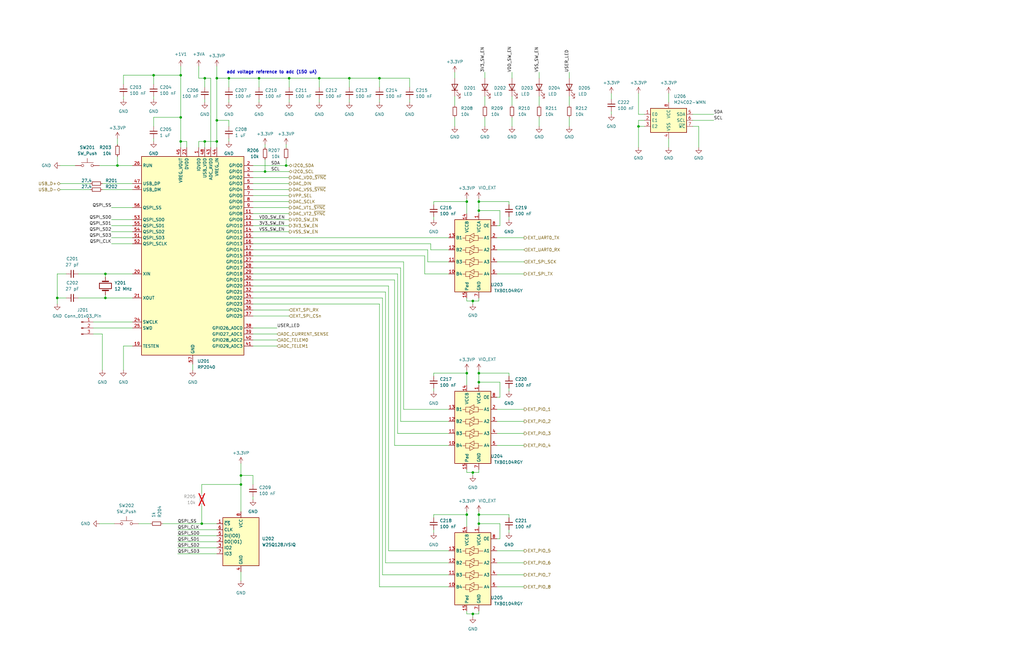
<source format=kicad_sch>
(kicad_sch (version 20231120) (generator "eeschema") (generator_version "7.99")
  (paper "B")
  (lib_symbols
    (symbol "Connector:Conn_01x03_Pin" (pin_names (offset 1.016) hide)
      (property "Reference" "J" (at 0 5.08 0))
      (property "Value" "Conn_01x03_Pin" (at 0 -5.08 0))
      (symbol "Conn_01x03_Pin_1_1"
        (pin passive line (at 5.08 2.54 180) (length 3.81) (name "Pin_1") (number "1"))
        (pin passive line (at 5.08 0 180) (length 3.81) (name "Pin_2") (number "2"))
        (pin passive line (at 5.08 -2.54 180) (length 3.81) (name "Pin_3") (number "3"))
      )
    )
    (symbol "Device:C_Small" (pin_numbers hide) (pin_names (offset 0.254) hide)
      (property "Reference" "C" (at 0.254 1.778 0))
      (property "Value" "C_Small" (at 0.254 -2.032 0))
      (symbol "C_Small_1_1"
        (pin passive line (at 0 2.54 270) (length 2.032) (name "~") (number "1"))
        (pin passive line (at 0 -2.54 90) (length 2.032) (name "~") (number "2"))
      )
    )
    (symbol "Device:Crystal" (pin_numbers hide) (pin_names (offset 1.016) hide)
      (property "Reference" "Y" (at 0 3.81 0))
      (property "Value" "Crystal" (at 0 -3.81 0))
      (symbol "Crystal_1_1"
        (pin passive line (at -3.81 0 0) (length 1.27) (name "1") (number "1"))
        (pin passive line (at 3.81 0 180) (length 1.27) (name "2") (number "2"))
      )
    )
    (symbol "Device:LED" (pin_numbers hide) (pin_names (offset 1.016) hide)
      (property "Reference" "D" (at 0 2.54 0))
      (property "Value" "LED" (at 0 -2.54 0))
      (symbol "LED_1_1"
        (pin passive line (at -3.81 0 0) (length 2.54) (name "K") (number "1"))
        (pin passive line (at 3.81 0 180) (length 2.54) (name "A") (number "2"))
      )
    )
    (symbol "Device:R_Small" (pin_numbers hide) (pin_names (offset 0.254) hide)
      (property "Reference" "R" (at 0.762 0.508 0))
      (property "Value" "R_Small" (at 0.762 -1.016 0))
      (symbol "R_Small_1_1"
        (pin passive line (at 0 2.54 270) (length 0.762) (name "~") (number "1"))
        (pin passive line (at 0 -2.54 90) (length 0.762) (name "~") (number "2"))
      )
    )
    (symbol "Logic_LevelTranslator:TXB0104RGY"
      (property "Reference" "U" (at -6.35 16.51 0))
      (property "Value" "TXB0104RGY" (at 3.81 16.51 0))
      (symbol "TXB0104RGY_1_1"
        (pin power_in line (at -2.54 17.78 270) (length 2.54) (name "VCCA") (number "1"))
        (pin bidirectional line (at 10.16 -7.62 180) (length 2.54) (name "B4") (number "10"))
        (pin bidirectional line (at 10.16 -2.54 180) (length 2.54) (name "B3") (number "11"))
        (pin bidirectional line (at 10.16 2.54 180) (length 2.54) (name "B2") (number "12"))
        (pin bidirectional line (at 10.16 7.62 180) (length 2.54) (name "B1") (number "13"))
        (pin power_in line (at 2.54 17.78 270) (length 2.54) (name "VCCB") (number "14"))
        (pin input line (at 2.54 -17.78 90) (length 2.54) (name "Pad") (number "15"))
        (pin bidirectional line (at -10.16 7.62 0) (length 2.54) (name "A1") (number "2"))
        (pin bidirectional line (at -10.16 2.54 0) (length 2.54) (name "A2") (number "3"))
        (pin bidirectional line (at -10.16 -2.54 0) (length 2.54) (name "A3") (number "4"))
        (pin bidirectional line (at -10.16 -7.62 0) (length 2.54) (name "A4") (number "5"))
        (pin no_connect line (at -7.62 -12.7 0) (length 2.54) hide (name "NC") (number "6"))
        (pin power_in line (at -2.54 -17.78 90) (length 2.54) (name "GND") (number "7"))
        (pin input line (at -10.16 12.7 0) (length 2.54) (name "OE") (number "8"))
        (pin no_connect line (at 7.62 -12.7 180) (length 2.54) hide (name "NC") (number "9"))
      )
    )
    (symbol "MCU_RaspberryPi:RP2040"
      (property "Reference" "U" (at 17.78 45.72 0))
      (property "Value" "RP2040" (at 17.78 43.18 0))
      (symbol "RP2040_1_1"
        (pin power_in line (at 2.54 45.72 270) (length 3.81) (name "IOVDD") (number "1"))
        (pin passive line (at 2.54 45.72 270) (length 3.81) hide (name "IOVDD") (number "10"))
        (pin bidirectional line (at 25.4 17.78 180) (length 3.81) (name "GPIO8") (number "11"))
        (pin bidirectional line (at 25.4 15.24 180) (length 3.81) (name "GPIO9") (number "12"))
        (pin bidirectional line (at 25.4 12.7 180) (length 3.81) (name "GPIO10") (number "13"))
        (pin bidirectional line (at 25.4 10.16 180) (length 3.81) (name "GPIO11") (number "14"))
        (pin bidirectional line (at 25.4 7.62 180) (length 3.81) (name "GPIO12") (number "15"))
        (pin bidirectional line (at 25.4 5.08 180) (length 3.81) (name "GPIO13") (number "16"))
        (pin bidirectional line (at 25.4 2.54 180) (length 3.81) (name "GPIO14") (number "17"))
        (pin bidirectional line (at 25.4 0 180) (length 3.81) (name "GPIO15") (number "18"))
        (pin input line (at -25.4 -38.1 0) (length 3.81) (name "TESTEN") (number "19"))
        (pin bidirectional line (at 25.4 38.1 180) (length 3.81) (name "GPIO0") (number "2"))
        (pin input line (at -25.4 -7.62 0) (length 3.81) (name "XIN") (number "20"))
        (pin passive line (at -25.4 -17.78 0) (length 3.81) (name "XOUT") (number "21"))
        (pin passive line (at 2.54 45.72 270) (length 3.81) hide (name "IOVDD") (number "22"))
        (pin power_in line (at -2.54 45.72 270) (length 3.81) (name "DVDD") (number "23"))
        (pin input line (at -25.4 -27.94 0) (length 3.81) (name "SWCLK") (number "24"))
        (pin bidirectional line (at -25.4 -30.48 0) (length 3.81) (name "SWD") (number "25"))
        (pin input line (at -25.4 38.1 0) (length 3.81) (name "RUN") (number "26"))
        (pin bidirectional line (at 25.4 -2.54 180) (length 3.81) (name "GPIO16") (number "27"))
        (pin bidirectional line (at 25.4 -5.08 180) (length 3.81) (name "GPIO17") (number "28"))
        (pin bidirectional line (at 25.4 -7.62 180) (length 3.81) (name "GPIO18") (number "29"))
        (pin bidirectional line (at 25.4 35.56 180) (length 3.81) (name "GPIO1") (number "3"))
        (pin bidirectional line (at 25.4 -10.16 180) (length 3.81) (name "GPIO19") (number "30"))
        (pin bidirectional line (at 25.4 -12.7 180) (length 3.81) (name "GPIO20") (number "31"))
        (pin bidirectional line (at 25.4 -15.24 180) (length 3.81) (name "GPIO21") (number "32"))
        (pin passive line (at 2.54 45.72 270) (length 3.81) hide (name "IOVDD") (number "33"))
        (pin bidirectional line (at 25.4 -17.78 180) (length 3.81) (name "GPIO22") (number "34"))
        (pin bidirectional line (at 25.4 -20.32 180) (length 3.81) (name "GPIO23") (number "35"))
        (pin bidirectional line (at 25.4 -22.86 180) (length 3.81) (name "GPIO24") (number "36"))
        (pin bidirectional line (at 25.4 -25.4 180) (length 3.81) (name "GPIO25") (number "37"))
        (pin bidirectional line (at 25.4 -30.48 180) (length 3.81) (name "GPIO26_ADC0") (number "38"))
        (pin bidirectional line (at 25.4 -33.02 180) (length 3.81) (name "GPIO27_ADC1") (number "39"))
        (pin bidirectional line (at 25.4 33.02 180) (length 3.81) (name "GPIO2") (number "4"))
        (pin bidirectional line (at 25.4 -35.56 180) (length 3.81) (name "GPIO28_ADC2") (number "40"))
        (pin bidirectional line (at 25.4 -38.1 180) (length 3.81) (name "GPIO29_ADC3") (number "41"))
        (pin passive line (at 2.54 45.72 270) (length 3.81) hide (name "IOVDD") (number "42"))
        (pin power_in line (at 7.62 45.72 270) (length 3.81) (name "ADC_AVDD") (number "43"))
        (pin power_in line (at 10.16 45.72 270) (length 3.81) (name "VREG_IN") (number "44"))
        (pin power_out line (at -5.08 45.72 270) (length 3.81) (name "VREG_VOUT") (number "45"))
        (pin bidirectional line (at -25.4 27.94 0) (length 3.81) (name "USB_DM") (number "46"))
        (pin bidirectional line (at -25.4 30.48 0) (length 3.81) (name "USB_DP") (number "47"))
        (pin power_in line (at 5.08 45.72 270) (length 3.81) (name "USB_VDD") (number "48"))
        (pin passive line (at 2.54 45.72 270) (length 3.81) hide (name "IOVDD") (number "49"))
        (pin bidirectional line (at 25.4 30.48 180) (length 3.81) (name "GPIO3") (number "5"))
        (pin passive line (at -2.54 45.72 270) (length 3.81) hide (name "DVDD") (number "50"))
        (pin bidirectional line (at -25.4 7.62 0) (length 3.81) (name "QSPI_SD3") (number "51"))
        (pin output line (at -25.4 5.08 0) (length 3.81) (name "QSPI_SCLK") (number "52"))
        (pin bidirectional line (at -25.4 15.24 0) (length 3.81) (name "QSPI_SD0") (number "53"))
        (pin bidirectional line (at -25.4 10.16 0) (length 3.81) (name "QSPI_SD2") (number "54"))
        (pin bidirectional line (at -25.4 12.7 0) (length 3.81) (name "QSPI_SD1") (number "55"))
        (pin bidirectional line (at -25.4 20.32 0) (length 3.81) (name "QSPI_SS") (number "56"))
        (pin power_in line (at 0 -45.72 90) (length 3.81) (name "GND") (number "57"))
        (pin bidirectional line (at 25.4 27.94 180) (length 3.81) (name "GPIO4") (number "6"))
        (pin bidirectional line (at 25.4 25.4 180) (length 3.81) (name "GPIO5") (number "7"))
        (pin bidirectional line (at 25.4 22.86 180) (length 3.81) (name "GPIO6") (number "8"))
        (pin bidirectional line (at 25.4 20.32 180) (length 3.81) (name "GPIO7") (number "9"))
      )
    )
    (symbol "Memory_EEPROM:M24C02-WMN"
      (property "Reference" "U" (at -6.35 6.35 0))
      (property "Value" "M24C02-WMN" (at 7.62 6.35 0))
      (symbol "M24C02-WMN_1_1"
        (pin input line (at -10.16 2.54 0) (length 2.54) (name "E0") (number "1"))
        (pin input line (at -10.16 0 0) (length 2.54) (name "E1") (number "2"))
        (pin input line (at -10.16 -2.54 0) (length 2.54) (name "E2") (number "3"))
        (pin power_in line (at 0 -7.62 90) (length 2.54) (name "VSS") (number "4"))
        (pin bidirectional line (at 10.16 2.54 180) (length 2.54) (name "SDA") (number "5"))
        (pin input line (at 10.16 0 180) (length 2.54) (name "SCL") (number "6"))
        (pin input line (at 10.16 -2.54 180) (length 2.54) (name "~{WC}") (number "7"))
        (pin power_in line (at 0 7.62 270) (length 2.54) (name "VCC") (number "8"))
      )
    )
    (symbol "Memory_Flash:W25Q128JVS"
      (property "Reference" "U" (at -8.89 8.89 0))
      (property "Value" "W25Q128JVS" (at 7.62 8.89 0))
      (symbol "W25Q128JVS_1_1"
        (pin input line (at -10.16 7.62 0) (length 2.54) (name "~{CS}") (number "1"))
        (pin bidirectional line (at -10.16 0 0) (length 2.54) (name "DO(IO1)") (number "2"))
        (pin bidirectional line (at -10.16 -2.54 0) (length 2.54) (name "IO2") (number "3"))
        (pin power_in line (at 0 -12.7 90) (length 2.54) (name "GND") (number "4"))
        (pin bidirectional line (at -10.16 2.54 0) (length 2.54) (name "DI(IO0)") (number "5"))
        (pin input line (at -10.16 5.08 0) (length 2.54) (name "CLK") (number "6"))
        (pin bidirectional line (at -10.16 -5.08 0) (length 2.54) (name "IO3") (number "7"))
        (pin power_in line (at 0 12.7 270) (length 2.54) (name "VCC") (number "8"))
      )
    )
    (symbol "Switch:SW_Push" (pin_numbers hide) (pin_names (offset 1.016) hide)
      (property "Reference" "SW" (at 1.27 2.54 0))
      (property "Value" "SW_Push" (at 0 -1.524 0))
      (symbol "SW_Push_0_1"
        (pin passive line (at -5.08 0 0) (length 2.54) (name "1") (number "1"))
        (pin passive line (at 5.08 0 180) (length 2.54) (name "2") (number "2"))
      )
    )
    (symbol "power:+1V1" (power) (pin_names (offset 0))
      (property "Value" "+1V1" (at 0 3.556 0))
      (symbol "+1V1_1_1"
        (pin power_in line (at 0 0 90) (length 0) hide (name "+1V1") (number "1"))
      )
    )
    (symbol "power:+3.3VP" (power) (pin_names (offset 0))
      (property "Value" "+3.3VP" (at 0 2.54 0))
      (symbol "+3.3VP_0_0"
        (pin power_in line (at 0 0 90) (length 0) hide (name "+3.3VP") (number "1"))
      )
    )
    (symbol "power:GND" (power) (pin_names (offset 0))
      (property "Value" "GND" (at 0 -3.81 0))
      (symbol "GND_1_1"
        (pin power_in line (at 0 0 270) (length 0) hide (name "GND") (number "1"))
      )
    )
  )
  (junction (at 269.24 53.34))
  (junction (at 199.39 259.08))
  (junction (at 120.65 69.85))
  (junction (at 101.6 204.47))
  (junction (at 76.2 49.53))
  (junction (at 201.93 220.98))
  (junction (at 134.62 33.02))
  (junction (at 101.6 200.66))
  (junction (at 201.93 88.9))
  (junction (at 201.93 157.48))
  (junction (at 44.45 115.57))
  (junction (at 160.02 33.02))
  (junction (at 109.22 33.02))
  (junction (at 86.36 59.69))
  (junction (at 196.85 85.09))
  (junction (at 196.85 157.48))
  (junction (at 201.93 217.17))
  (junction (at 86.36 33.02))
  (junction (at 91.44 50.8))
  (junction (at 64.77 31.75))
  (junction (at 199.39 199.39))
  (junction (at 111.76 72.39))
  (junction (at 196.85 217.17))
  (junction (at 199.39 127))
  (junction (at 201.93 85.09))
  (junction (at 76.2 59.69))
  (junction (at 24.13 125.73))
  (junction (at 96.52 33.02))
  (junction (at 85.09 220.98))
  (junction (at 76.2 31.75))
  (junction (at 201.93 161.29))
  (junction (at 91.44 33.02))
  (junction (at 147.32 33.02))
  (junction (at 49.53 69.85))
  (junction (at 91.44 59.69))
  (junction (at 44.45 125.73))
  (junction (at 121.92 33.02))
  (wire (pts (xy 106.68 85.09) (xy 121.92 85.09)))
  (wire (pts (xy 292.1 53.34) (xy 294.64 53.34)))
  (wire (pts (xy 83.82 62.23) (xy 83.82 59.69)))
  (wire (pts (xy 41.91 69.85) (xy 49.53 69.85)))
  (wire (pts (xy 269.24 39.37) (xy 269.24 48.26)))
  (wire (pts (xy 162.56 237.49) (xy 189.23 237.49)))
  (wire (pts (xy 41.91 220.98) (xy 48.26 220.98)))
  (wire (pts (xy 121.92 33.02) (xy 121.92 36.83)))
  (wire (pts (xy 215.9 40.64) (xy 215.9 44.45)))
  (wire (pts (xy 85.09 213.36) (xy 85.09 220.98)))
  (wire (pts (xy 76.2 62.23) (xy 76.2 59.69)))
  (wire (pts (xy 106.68 77.47) (xy 121.92 77.47)))
  (wire (pts (xy 106.68 200.66) (xy 106.68 204.47)))
  (wire (pts (xy 68.58 220.98) (xy 85.09 220.98)))
  (wire (pts (xy 52.07 40.64) (xy 52.07 41.91)))
  (wire (pts (xy 86.36 33.02) (xy 86.36 36.83)))
  (wire (pts (xy 209.55 100.33) (xy 220.98 100.33)))
  (wire (pts (xy 52.07 156.21) (xy 52.07 146.05)))
  (wire (pts (xy 182.88 157.48) (xy 182.88 158.75)))
  (wire (pts (xy 281.94 39.37) (xy 281.94 43.18)))
  (wire (pts (xy 163.83 120.65) (xy 163.83 232.41)))
  (wire (pts (xy 167.64 182.88) (xy 189.23 182.88)))
  (wire (pts (xy 269.24 53.34) (xy 269.24 62.23)))
  (wire (pts (xy 85.09 208.28) (xy 85.09 204.47)))
  (wire (pts (xy 134.62 41.91) (xy 134.62 43.18)))
  (wire (pts (xy 201.93 199.39) (xy 201.93 198.12)))
  (wire (pts (xy 55.88 125.73) (xy 44.45 125.73)))
  (wire (pts (xy 24.13 125.73) (xy 24.13 115.57)))
  (wire (pts (xy 106.68 74.93) (xy 121.92 74.93)))
  (wire (pts (xy 91.44 50.8) (xy 96.52 50.8)))
  (wire (pts (xy 199.39 199.39) (xy 201.93 199.39)))
  (wire (pts (xy 269.24 48.26) (xy 271.78 48.26)))
  (wire (pts (xy 214.63 163.83) (xy 214.63 165.1)))
  (wire (pts (xy 96.52 33.02) (xy 96.52 36.83)))
  (wire (pts (xy 199.39 128.27) (xy 199.39 127)))
  (wire (pts (xy 201.93 220.98) (xy 201.93 222.25)))
  (wire (pts (xy 96.52 33.02) (xy 109.22 33.02)))
  (wire (pts (xy 201.93 88.9) (xy 210.82 88.9)))
  (wire (pts (xy 111.76 60.96) (xy 111.76 62.23)))
  (wire (pts (xy 52.07 31.75) (xy 64.77 31.75)))
  (wire (pts (xy 91.44 59.69) (xy 91.44 50.8)))
  (wire (pts (xy 281.94 58.42) (xy 281.94 62.23)))
  (wire (pts (xy 86.36 33.02) (xy 88.9 33.02)))
  (wire (pts (xy 161.29 125.73) (xy 161.29 242.57)))
  (wire (pts (xy 269.24 53.34) (xy 271.78 53.34)))
  (wire (pts (xy 163.83 232.41) (xy 189.23 232.41)))
  (wire (pts (xy 106.68 110.49) (xy 170.18 110.49)))
  (wire (pts (xy 201.93 217.17) (xy 201.93 220.98)))
  (wire (pts (xy 182.88 217.17) (xy 182.88 218.44)))
  (wire (pts (xy 201.93 88.9) (xy 201.93 90.17)))
  (wire (pts (xy 160.02 33.02) (xy 172.72 33.02)))
  (wire (pts (xy 196.85 157.48) (xy 196.85 162.56)))
  (wire (pts (xy 49.53 66.04) (xy 49.53 69.85)))
  (wire (pts (xy 106.68 113.03) (xy 168.91 113.03)))
  (wire (pts (xy 210.82 161.29) (xy 210.82 167.64)))
  (wire (pts (xy 58.42 220.98) (xy 63.5 220.98)))
  (wire (pts (xy 181.61 105.41) (xy 189.23 105.41)))
  (wire (pts (xy 83.82 27.94) (xy 83.82 33.02)))
  (wire (pts (xy 111.76 72.39) (xy 121.92 72.39)))
  (wire (pts (xy 210.82 227.33) (xy 209.55 227.33)))
  (wire (pts (xy 209.55 247.65) (xy 220.98 247.65)))
  (wire (pts (xy 214.63 217.17) (xy 214.63 218.44)))
  (wire (pts (xy 43.18 156.21) (xy 43.18 140.97)))
  (wire (pts (xy 106.68 72.39) (xy 111.76 72.39)))
  (wire (pts (xy 121.92 41.91) (xy 121.92 43.18)))
  (wire (pts (xy 86.36 41.91) (xy 86.36 43.18)))
  (wire (pts (xy 240.03 40.64) (xy 240.03 44.45)))
  (wire (pts (xy 106.68 120.65) (xy 163.83 120.65)))
  (wire (pts (xy 49.53 69.85) (xy 55.88 69.85)))
  (wire (pts (xy 209.55 187.96) (xy 220.98 187.96)))
  (wire (pts (xy 162.56 123.19) (xy 106.68 123.19)))
  (wire (pts (xy 196.85 199.39) (xy 196.85 198.12)))
  (wire (pts (xy 196.85 215.9) (xy 196.85 217.17)))
  (wire (pts (xy 44.45 115.57) (xy 44.45 116.84)))
  (wire (pts (xy 201.93 259.08) (xy 201.93 257.81)))
  (wire (pts (xy 201.93 85.09) (xy 201.93 88.9)))
  (wire (pts (xy 109.22 41.91) (xy 109.22 43.18)))
  (wire (pts (xy 199.39 199.39) (xy 196.85 199.39)))
  (wire (pts (xy 201.93 157.48) (xy 214.63 157.48)))
  (wire (pts (xy 64.77 31.75) (xy 64.77 35.56)))
  (wire (pts (xy 78.74 59.69) (xy 78.74 62.23)))
  (wire (pts (xy 46.99 102.87) (xy 55.88 102.87)))
  (wire (pts (xy 182.88 163.83) (xy 182.88 165.1)))
  (wire (pts (xy 257.81 46.99) (xy 257.81 48.26)))
  (wire (pts (xy 182.88 91.44) (xy 182.88 92.71)))
  (wire (pts (xy 106.68 100.33) (xy 189.23 100.33)))
  (wire (pts (xy 196.85 127) (xy 196.85 125.73)))
  (wire (pts (xy 64.77 58.42) (xy 64.77 59.69)))
  (wire (pts (xy 160.02 33.02) (xy 160.02 36.83)))
  (wire (pts (xy 120.65 60.96) (xy 120.65 62.23)))
  (wire (pts (xy 106.68 130.81) (xy 121.92 130.81)))
  (wire (pts (xy 162.56 237.49) (xy 162.56 123.19)))
  (wire (pts (xy 106.68 138.43) (xy 116.84 138.43)))
  (wire (pts (xy 106.68 118.11) (xy 166.37 118.11)))
  (wire (pts (xy 199.39 127) (xy 201.93 127)))
  (wire (pts (xy 76.2 59.69) (xy 76.2 49.53)))
  (wire (pts (xy 196.85 217.17) (xy 182.88 217.17)))
  (wire (pts (xy 101.6 200.66) (xy 101.6 204.47)))
  (wire (pts (xy 199.39 127) (xy 196.85 127)))
  (wire (pts (xy 109.22 33.02) (xy 121.92 33.02)))
  (wire (pts (xy 43.18 80.01) (xy 55.88 80.01)))
  (wire (pts (xy 168.91 177.8) (xy 189.23 177.8)))
  (wire (pts (xy 106.68 87.63) (xy 121.92 87.63)))
  (wire (pts (xy 33.02 115.57) (xy 44.45 115.57)))
  (wire (pts (xy 292.1 50.8) (xy 300.99 50.8)))
  (wire (pts (xy 46.99 100.33) (xy 55.88 100.33)))
  (wire (pts (xy 170.18 110.49) (xy 170.18 172.72)))
  (wire (pts (xy 64.77 31.75) (xy 76.2 31.75)))
  (wire (pts (xy 81.28 156.21) (xy 81.28 153.67)))
  (wire (pts (xy 209.55 177.8) (xy 220.98 177.8)))
  (wire (pts (xy 91.44 33.02) (xy 91.44 50.8)))
  (wire (pts (xy 74.93 228.6) (xy 91.44 228.6)))
  (wire (pts (xy 204.47 49.53) (xy 204.47 53.34)))
  (wire (pts (xy 210.82 88.9) (xy 210.82 95.25)))
  (wire (pts (xy 49.53 58.42) (xy 49.53 60.96)))
  (wire (pts (xy 101.6 204.47) (xy 101.6 215.9)))
  (wire (pts (xy 147.32 33.02) (xy 147.32 36.83)))
  (wire (pts (xy 74.93 231.14) (xy 91.44 231.14)))
  (wire (pts (xy 227.33 49.53) (xy 227.33 53.34)))
  (wire (pts (xy 181.61 102.87) (xy 181.61 105.41)))
  (wire (pts (xy 106.68 125.73) (xy 161.29 125.73)))
  (wire (pts (xy 209.55 237.49) (xy 220.98 237.49)))
  (wire (pts (xy 215.9 30.48) (xy 215.9 33.02)))
  (wire (pts (xy 201.93 220.98) (xy 210.82 220.98)))
  (wire (pts (xy 106.68 95.25) (xy 121.92 95.25)))
  (wire (pts (xy 269.24 50.8) (xy 269.24 53.34)))
  (wire (pts (xy 160.02 41.91) (xy 160.02 43.18)))
  (wire (pts (xy 209.55 242.57) (xy 220.98 242.57)))
  (wire (pts (xy 46.99 97.79) (xy 55.88 97.79)))
  (wire (pts (xy 191.77 49.53) (xy 191.77 53.34)))
  (wire (pts (xy 76.2 49.53) (xy 64.77 49.53)))
  (wire (pts (xy 180.34 105.41) (xy 180.34 110.49)))
  (wire (pts (xy 85.09 220.98) (xy 91.44 220.98)))
  (wire (pts (xy 189.23 247.65) (xy 160.02 247.65)))
  (wire (pts (xy 85.09 204.47) (xy 101.6 204.47)))
  (wire (pts (xy 166.37 187.96) (xy 189.23 187.96)))
  (wire (pts (xy 74.93 223.52) (xy 91.44 223.52)))
  (wire (pts (xy 101.6 241.3) (xy 101.6 245.11)))
  (wire (pts (xy 201.93 161.29) (xy 201.93 162.56)))
  (wire (pts (xy 196.85 156.21) (xy 196.85 157.48)))
  (wire (pts (xy 86.36 59.69) (xy 86.36 62.23)))
  (wire (pts (xy 25.4 80.01) (xy 38.1 80.01)))
  (wire (pts (xy 24.13 115.57) (xy 27.94 115.57)))
  (wire (pts (xy 106.68 209.55) (xy 106.68 210.82)))
  (wire (pts (xy 106.68 140.97) (xy 116.84 140.97)))
  (wire (pts (xy 46.99 92.71) (xy 55.88 92.71)))
  (wire (pts (xy 120.65 67.31) (xy 120.65 69.85)))
  (wire (pts (xy 96.52 58.42) (xy 96.52 59.69)))
  (wire (pts (xy 109.22 33.02) (xy 109.22 36.83)))
  (wire (pts (xy 214.63 85.09) (xy 214.63 86.36)))
  (wire (pts (xy 106.68 82.55) (xy 121.92 82.55)))
  (wire (pts (xy 83.82 33.02) (xy 86.36 33.02)))
  (wire (pts (xy 121.92 33.02) (xy 134.62 33.02)))
  (wire (pts (xy 43.18 140.97) (xy 39.37 140.97)))
  (wire (pts (xy 166.37 118.11) (xy 166.37 187.96)))
  (wire (pts (xy 106.68 133.35) (xy 121.92 133.35)))
  (wire (pts (xy 91.44 59.69) (xy 91.44 62.23)))
  (wire (pts (xy 33.02 125.73) (xy 44.45 125.73)))
  (wire (pts (xy 196.85 85.09) (xy 196.85 90.17)))
  (wire (pts (xy 201.93 157.48) (xy 201.93 161.29)))
  (wire (pts (xy 134.62 33.02) (xy 134.62 36.83)))
  (wire (pts (xy 292.1 48.26) (xy 300.99 48.26)))
  (wire (pts (xy 210.82 220.98) (xy 210.82 227.33)))
  (wire (pts (xy 46.99 95.25) (xy 55.88 95.25)))
  (wire (pts (xy 64.77 40.64) (xy 64.77 41.91)))
  (wire (pts (xy 106.68 102.87) (xy 181.61 102.87)))
  (wire (pts (xy 240.03 30.48) (xy 240.03 33.02)))
  (wire (pts (xy 160.02 128.27) (xy 106.68 128.27)))
  (wire (pts (xy 201.93 215.9) (xy 201.93 217.17)))
  (wire (pts (xy 74.93 233.68) (xy 91.44 233.68)))
  (wire (pts (xy 182.88 223.52) (xy 182.88 224.79)))
  (wire (pts (xy 147.32 33.02) (xy 160.02 33.02)))
  (wire (pts (xy 147.32 41.91) (xy 147.32 43.18)))
  (wire (pts (xy 179.07 115.57) (xy 189.23 115.57)))
  (wire (pts (xy 196.85 157.48) (xy 182.88 157.48)))
  (wire (pts (xy 106.68 97.79) (xy 121.92 97.79)))
  (wire (pts (xy 167.64 115.57) (xy 167.64 182.88)))
  (wire (pts (xy 210.82 95.25) (xy 209.55 95.25)))
  (wire (pts (xy 199.39 200.66) (xy 199.39 199.39)))
  (wire (pts (xy 106.68 107.95) (xy 179.07 107.95)))
  (wire (pts (xy 64.77 49.53) (xy 64.77 53.34)))
  (wire (pts (xy 170.18 172.72) (xy 189.23 172.72)))
  (wire (pts (xy 199.39 259.08) (xy 196.85 259.08)))
  (wire (pts (xy 160.02 128.27) (xy 160.02 247.65)))
  (wire (pts (xy 39.37 135.89) (xy 55.88 135.89)))
  (wire (pts (xy 201.93 217.17) (xy 214.63 217.17)))
  (wire (pts (xy 101.6 195.58) (xy 101.6 200.66)))
  (wire (pts (xy 204.47 40.64) (xy 204.47 44.45)))
  (wire (pts (xy 196.85 259.08) (xy 196.85 257.81)))
  (wire (pts (xy 180.34 110.49) (xy 189.23 110.49)))
  (wire (pts (xy 88.9 33.02) (xy 88.9 62.23)))
  (wire (pts (xy 214.63 223.52) (xy 214.63 224.79)))
  (wire (pts (xy 83.82 59.69) (xy 86.36 59.69)))
  (wire (pts (xy 91.44 27.94) (xy 91.44 33.02)))
  (wire (pts (xy 214.63 157.48) (xy 214.63 158.75)))
  (wire (pts (xy 44.45 125.73) (xy 44.45 124.46)))
  (wire (pts (xy 257.81 39.37) (xy 257.81 41.91)))
  (wire (pts (xy 52.07 31.75) (xy 52.07 35.56)))
  (wire (pts (xy 24.13 125.73) (xy 27.94 125.73)))
  (wire (pts (xy 43.18 77.47) (xy 55.88 77.47)))
  (wire (pts (xy 96.52 41.91) (xy 96.52 43.18)))
  (wire (pts (xy 24.13 128.27) (xy 24.13 125.73)))
  (wire (pts (xy 46.99 87.63) (xy 55.88 87.63)))
  (wire (pts (xy 96.52 50.8) (xy 96.52 53.34)))
  (wire (pts (xy 201.93 161.29) (xy 210.82 161.29)))
  (wire (pts (xy 76.2 59.69) (xy 78.74 59.69)))
  (wire (pts (xy 76.2 31.75) (xy 76.2 49.53)))
  (wire (pts (xy 196.85 217.17) (xy 196.85 222.25)))
  (wire (pts (xy 172.72 41.91) (xy 172.72 43.18)))
  (wire (pts (xy 179.07 107.95) (xy 179.07 115.57)))
  (wire (pts (xy 52.07 146.05) (xy 55.88 146.05)))
  (wire (pts (xy 201.93 83.82) (xy 201.93 85.09)))
  (wire (pts (xy 25.4 77.47) (xy 38.1 77.47)))
  (wire (pts (xy 215.9 49.53) (xy 215.9 53.34)))
  (wire (pts (xy 209.55 232.41) (xy 220.98 232.41)))
  (wire (pts (xy 294.64 53.34) (xy 294.64 62.23)))
  (wire (pts (xy 199.39 260.35) (xy 199.39 259.08)))
  (wire (pts (xy 74.93 226.06) (xy 91.44 226.06)))
  (wire (pts (xy 106.68 92.71) (xy 121.92 92.71)))
  (wire (pts (xy 106.68 105.41) (xy 180.34 105.41)))
  (wire (pts (xy 209.55 115.57) (xy 220.98 115.57)))
  (wire (pts (xy 168.91 113.03) (xy 168.91 177.8)))
  (wire (pts (xy 182.88 85.09) (xy 182.88 86.36)))
  (wire (pts (xy 196.85 85.09) (xy 182.88 85.09)))
  (wire (pts (xy 210.82 167.64) (xy 209.55 167.64)))
  (wire (pts (xy 240.03 49.53) (xy 240.03 53.34)))
  (wire (pts (xy 209.55 110.49) (xy 220.98 110.49)))
  (wire (pts (xy 196.85 83.82) (xy 196.85 85.09)))
  (wire (pts (xy 86.36 59.69) (xy 91.44 59.69)))
  (wire (pts (xy 39.37 138.43) (xy 55.88 138.43)))
  (wire (pts (xy 201.93 127) (xy 201.93 125.73)))
  (wire (pts (xy 134.62 33.02) (xy 147.32 33.02)))
  (wire (pts (xy 101.6 200.66) (xy 106.68 200.66)))
  (wire (pts (xy 191.77 30.48) (xy 191.77 33.02)))
  (wire (pts (xy 106.68 143.51) (xy 116.84 143.51)))
  (wire (pts (xy 120.65 69.85) (xy 121.92 69.85)))
  (wire (pts (xy 91.44 33.02) (xy 96.52 33.02)))
  (wire (pts (xy 227.33 40.64) (xy 227.33 44.45)))
  (wire (pts (xy 214.63 91.44) (xy 214.63 92.71)))
  (wire (pts (xy 106.68 115.57) (xy 167.64 115.57)))
  (wire (pts (xy 172.72 33.02) (xy 172.72 36.83)))
  (wire (pts (xy 201.93 156.21) (xy 201.93 157.48)))
  (wire (pts (xy 209.55 105.41) (xy 220.98 105.41)))
  (wire (pts (xy 106.68 69.85) (xy 120.65 69.85)))
  (wire (pts (xy 209.55 172.72) (xy 220.98 172.72)))
  (wire (pts (xy 199.39 259.08) (xy 201.93 259.08)))
  (wire (pts (xy 201.93 85.09) (xy 214.63 85.09)))
  (wire (pts (xy 106.68 90.17) (xy 121.92 90.17)))
  (wire (pts (xy 106.68 146.05) (xy 116.84 146.05)))
  (wire (pts (xy 191.77 40.64) (xy 191.77 44.45)))
  (wire (pts (xy 204.47 30.48) (xy 204.47 33.02)))
  (wire (pts (xy 271.78 50.8) (xy 269.24 50.8)))
  (wire (pts (xy 25.4 69.85) (xy 31.75 69.85)))
  (wire (pts (xy 76.2 27.94) (xy 76.2 31.75)))
  (wire (pts (xy 209.55 182.88) (xy 220.98 182.88)))
  (wire (pts (xy 227.33 30.48) (xy 227.33 33.02)))
  (wire (pts (xy 106.68 80.01) (xy 121.92 80.01)))
  (wire (pts (xy 161.29 242.57) (xy 189.23 242.57)))
  (wire (pts (xy 55.88 115.57) (xy 44.45 115.57)))
  (wire (pts (xy 111.76 67.31) (xy 111.76 72.39)))
  (text "add voltage reference to adc (150 uA)\n" (at 95.504 31.242 0) (effects (font (size 1.27 1.27) (thickness 0.254) (bold yes)) (justify left bottom)))
  (label "QSPI_CLK" (at 46.99 102.87 180))
  (label "USER_LED" (at 240.03 30.48 90))
  (label "QSPI_SD0" (at 46.99 92.71 180))
  (label "VSS_SW_EN" (at 109.22 97.79 0))
  (label "QSPI_SD1" (at 46.99 95.25 180))
  (label "QSPI_SD0" (at 74.93 226.06 0))
  (label "QSPI_SD1" (at 74.93 228.6 0))
  (label "QSPI_SD2" (at 46.99 97.79 180))
  (label "SCL" (at 114.3 72.39 0))
  (label "SDA" (at 300.99 48.26 0))
  (label "VDD_SW_EN" (at 215.9 30.48 90))
  (label "QSPI_SS" (at 74.93 220.98 0))
  (label "QSPI_SD3" (at 46.99 100.33 180))
  (label "3V3_SW_EN" (at 109.22 95.25 0))
  (label "SCL" (at 300.99 50.8 0))
  (label "USER_LED" (at 116.84 138.43 0))
  (label "QSPI_SS" (at 46.99 87.63 180))
  (label "QSPI_CLK" (at 74.93 223.52 0))
  (label "3V3_SW_EN" (at 204.47 30.48 90))
  (label "VDD_SW_EN" (at 109.22 92.71 0))
  (label "VSS_SW_EN" (at 227.33 30.48 90))
  (label "QSPI_SD3" (at 74.93 233.68 0))
  (label "SDA" (at 114.3 69.85 0))
  (label "QSPI_SD2" (at 74.93 231.14 0))
  (hierarchical_label "VPP_SEL" (shape output) (at 121.92 82.55 0))
  (hierarchical_label "3V3_SW_EN" (shape output) (at 121.92 95.25 0))
  (hierarchical_label "I2C0_SCL" (shape bidirectional) (at 121.92 72.39 0))
  (hierarchical_label "EXT_PIO_2" (shape output) (at 220.98 177.8 0))
  (hierarchical_label "EXT_PIO_7" (shape output) (at 220.98 242.57 0))
  (hierarchical_label "ADC_CURRENT_SENSE" (shape input) (at 116.84 140.97 0))
  (hierarchical_label "DAC_VT1_~{SYNC}" (shape output) (at 121.92 87.63 0))
  (hierarchical_label "EXT_SPI_SCK" (shape input) (at 220.98 110.49 0))
  (hierarchical_label "ADC_TELEM1" (shape input) (at 116.84 146.05 0))
  (hierarchical_label "DAC_VSS_~{SYNC}" (shape output) (at 121.92 80.01 0))
  (hierarchical_label "USB_D-" (shape bidirectional) (at 25.4 80.01 180))
  (hierarchical_label "EXT_SPI_CSn" (shape input) (at 121.92 133.35 0))
  (hierarchical_label "DAC_DIN" (shape output) (at 121.92 77.47 0))
  (hierarchical_label "EXT_PIO_4" (shape output) (at 220.98 187.96 0))
  (hierarchical_label "EXT_PIO_3" (shape output) (at 220.98 182.88 0))
  (hierarchical_label "DAC_SCLK" (shape output) (at 121.92 85.09 0))
  (hierarchical_label "EXT_PIO_1" (shape output) (at 220.98 172.72 0))
  (hierarchical_label "EXT_PIO_5" (shape output) (at 220.98 232.41 0))
  (hierarchical_label "I2C0_SDA" (shape bidirectional) (at 121.92 69.85 0))
  (hierarchical_label "ADC_TELEM0" (shape input) (at 116.84 143.51 0))
  (hierarchical_label "EXT_UART0_RX" (shape input) (at 220.98 105.41 0))
  (hierarchical_label "EXT_SPI_TX" (shape output) (at 220.98 115.57 0))
  (hierarchical_label "EXT_UART0_TX" (shape output) (at 220.98 100.33 0))
  (hierarchical_label "EXT_SPI_RX" (shape input) (at 121.92 130.81 0))
  (hierarchical_label "EXT_PIO_8" (shape output) (at 220.98 247.65 0))
  (hierarchical_label "DAC_VT2_~{SYNC}" (shape output) (at 121.92 90.17 0))
  (hierarchical_label "VDD_SW_EN" (shape output) (at 121.92 92.71 0))
  (hierarchical_label "USB_D+" (shape bidirectional) (at 25.4 77.47 180))
  (hierarchical_label "DAC_VDD_~{SYNC}" (shape output) (at 121.92 74.93 0))
  (hierarchical_label "EXT_PIO_6" (shape output) (at 220.98 237.49 0))
  (hierarchical_label "VSS_SW_EN" (shape output) (at 121.92 97.79 0))
  (symbol (lib_id "Device:C_Small") (at 257.81 44.45 0) (unit 1)
    (property "Reference" "C222" (at 260.35 43.1863 0) (effects (justify left)))
    (property "Value" "100 nF" (at 260.35 45.7263 0) (effects (justify left)))
    (property "Footprint" "Capacitor_SMD:C_0402_1005Metric" (effects (hide yes)))
  )
  (symbol (lib_id "power:GND") (at 109.22 43.18 0) (mirror y) (unit 1)
    (property "Reference" "#PWR0220" (effects (hide yes)))
    (property "Value" "GND" (at 109.22 48.26 0))
  )
  (symbol (lib_id "Device:R_Small") (at 40.64 77.47 90) (mirror x) (unit 1)
    (property "Reference" "R201" (at 44.45 76.2 90) (effects (justify right)))
    (property "Value" "27.4" (at 34.29 76.2 90) (effects (justify right)))
    (property "Footprint" "Resistor_SMD:R_0402_1005Metric" (effects (hide yes)))
  )
  (symbol (lib_id "Device:R_Small") (at 49.53 63.5 0) (mirror x) (unit 1)
    (property "Reference" "R203" (at 46.99 62.23 0) (effects (justify right)))
    (property "Value" "10k" (at 46.99 64.77 0) (effects (justify right)))
    (property "Footprint" "Resistor_SMD:R_0402_1005Metric" (effects (hide yes)))
  )
  (symbol (lib_id "Connector:Conn_01x03_Pin") (at 34.29 138.43 0) (unit 1)
    (property "Reference" "J201" (at 34.925 130.81 0))
    (property "Value" "Conn_01x03_Pin" (at 34.925 133.35 0))
    (property "Footprint" "Connector_PinHeader_2.54mm:PinHeader_1x03_P2.54mm_Vertical" (effects (hide yes)))
  )
  (symbol (lib_id "power:+3.3VP") (at 269.24 39.37 0) (unit 1)
    (property "Reference" "#PWR0251" (effects (hide yes)))
    (property "Value" "+3.3VP" (at 269.24 34.925 0))
  )
  (symbol (lib_id "power:+3.3VP") (at 101.6 195.58 0) (unit 1)
    (property "Reference" "#PWR0217" (effects (hide yes)))
    (property "Value" "+3.3VP" (at 101.6 191.135 0))
  )
  (symbol (lib_id "Device:R_Small") (at 40.64 80.01 90) (mirror x) (unit 1)
    (property "Reference" "R202" (at 44.45 78.74 90) (effects (justify right)))
    (property "Value" "27.4" (at 34.29 78.74 90) (effects (justify right)))
    (property "Footprint" "Resistor_SMD:R_0402_1005Metric" (effects (hide yes)))
  )
  (symbol (lib_id "power:GND") (at 41.91 220.98 270) (mirror x) (unit 1)
    (property "Reference" "#PWR0203" (effects (hide yes)))
    (property "Value" "GND" (at 38.1 220.98 90) (effects (justify right)))
  )
  (symbol (lib_id "Device:C_Small") (at 182.88 161.29 0) (unit 1)
    (property "Reference" "C217" (at 185.42 160.0263 0) (effects (justify left)))
    (property "Value" "100 nF" (at 185.42 162.5663 0) (effects (justify left)))
    (property "Footprint" "Capacitor_SMD:C_0402_1005Metric" (effects (hide yes)))
  )
  (symbol (lib_id "Switch:SW_Push") (at 53.34 220.98 0) (unit 1)
    (property "Reference" "SW202" (at 53.34 213.36 0))
    (property "Value" "SW_Push" (at 53.34 215.9 0))
  )
  (symbol (lib_id "Device:LED") (at 240.03 36.83 90) (unit 1)
    (property "Reference" "D205" (at 243.84 37.1474 90) (effects (justify right)))
    (property "Value" "LED" (at 243.84 39.6874 90) (effects (justify right)))
    (property "Footprint" "LED_SMD:LED_0603_1608Metric" (effects (hide yes)))
    (property "Description" "Light emitting diode" (effects (hide yes)))
  )
  (symbol (lib_id "Device:C_Small") (at 30.48 125.73 90) (unit 1)
    (property "Reference" "C202" (at 30.4863 119.38 90))
    (property "Value" "27 pF" (at 30.4863 121.92 90))
    (property "Footprint" "Capacitor_SMD:C_0402_1005Metric" (effects (hide yes)))
  )
  (symbol (lib_id "power:GND") (at 64.77 41.91 0) (mirror y) (unit 1)
    (property "Reference" "#PWR0208" (effects (hide yes)))
    (property "Value" "GND" (at 64.77 46.99 0))
  )
  (symbol (lib_id "power:GND") (at 191.77 53.34 0) (unit 1)
    (property "Reference" "#PWR0232" (effects (hide yes)))
    (property "Value" "GND" (at 191.77 57.785 0))
  )
  (symbol (lib_id "power:+3.3VP") (at 83.82 27.94 0) (unit 1)
    (property "Reference" "#PWR0212" (effects (hide yes)))
    (property "Value" "+3VA" (at 83.82 22.86 0))
  )
  (symbol (lib_id "power:GND") (at 96.52 43.18 0) (mirror y) (unit 1)
    (property "Reference" "#PWR0215" (effects (hide yes)))
    (property "Value" "GND" (at 96.52 48.26 0))
  )
  (symbol (lib_id "power:GND") (at 182.88 224.79 0) (mirror y) (unit 1)
    (property "Reference" "#PWR0230" (effects (hide yes)))
    (property "Value" "GND" (at 182.88 229.87 0))
  )
  (symbol (lib_id "Device:C_Small") (at 172.72 39.37 0) (unit 1)
    (property "Reference" "C215" (at 175.26 38.1063 0) (effects (justify left)))
    (property "Value" "100 nF" (at 175.26 40.6463 0) (effects (justify left)))
    (property "Footprint" "Capacitor_SMD:C_0402_1005Metric" (effects (hide yes)))
  )
  (symbol (lib_id "Device:R_Small") (at 111.76 64.77 0) (mirror x) (unit 1)
    (property "Reference" "R206" (at 109.22 63.5 0) (effects (justify right)))
    (property "Value" "10k" (at 109.22 66.04 0) (effects (justify right)))
    (property "Footprint" "Resistor_SMD:R_0402_1005Metric" (effects (hide yes)))
  )
  (symbol (lib_id "Device:LED") (at 204.47 36.83 90) (unit 1)
    (property "Reference" "D202" (at 208.28 37.1474 90) (effects (justify right)))
    (property "Value" "LED" (at 208.28 39.6874 90) (effects (justify right)))
    (property "Footprint" "LED_SMD:LED_0603_1608Metric" (effects (hide yes)))
    (property "Description" "Light emitting diode" (effects (hide yes)))
  )
  (symbol (lib_id "power:GND") (at 101.6 245.11 0) (mirror y) (unit 1)
    (property "Reference" "#PWR0218" (effects (hide yes)))
    (property "Value" "GND" (at 101.6 250.19 0))
  )
  (symbol (lib_id "power:GND") (at 81.28 156.21 0) (unit 1)
    (property "Reference" "#PWR0211" (effects (hide yes)))
    (property "Value" "GND" (at 81.28 161.29 0))
  )
  (symbol (lib_id "power:+3.3VP") (at 201.93 156.21 0) (unit 1)
    (property "Reference" "#PWR0240" (effects (hide yes)))
    (property "Value" "VIO_EXT" (at 205.486 151.638 0))
  )
  (symbol (lib_id "power:GND") (at 172.72 43.18 0) (mirror y) (unit 1)
    (property "Reference" "#PWR0227" (effects (hide yes)))
    (property "Value" "GND" (at 172.72 48.26 0))
  )
  (symbol (lib_id "power:+3.3VP") (at 191.77 30.48 0) (unit 1)
    (property "Reference" "#PWR0231" (effects (hide yes)))
    (property "Value" "+3.3VP" (at 191.77 26.035 0))
  )
  (symbol (lib_id "power:+3.3VP") (at 120.65 60.96 0) (unit 1)
    (property "Reference" "#PWR0222" (effects (hide yes)))
    (property "Value" "+3.3VP" (at 120.65 56.515 0))
  )
  (symbol (lib_id "Device:C_Small") (at 182.88 220.98 0) (unit 1)
    (property "Reference" "C218" (at 185.42 219.7163 0) (effects (justify left)))
    (property "Value" "100 nF" (at 185.42 222.2563 0) (effects (justify left)))
    (property "Footprint" "Capacitor_SMD:C_0402_1005Metric" (effects (hide yes)))
  )
  (symbol (lib_id "Device:C_Small") (at 106.68 207.01 0) (unit 1)
    (property "Reference" "C209" (at 109.22 205.7463 0) (effects (justify left)))
    (property "Value" "100 nF" (at 109.22 208.2863 0) (effects (justify left)))
    (property "Footprint" "Capacitor_SMD:C_0402_1005Metric" (effects (hide yes)))
  )
  (symbol (lib_id "Device:C_Small") (at 214.63 220.98 0) (unit 1)
    (property "Reference" "C221" (at 217.17 219.7163 0) (effects (justify left)))
    (property "Value" "100 nF" (at 217.17 222.2563 0) (effects (justify left)))
    (property "Footprint" "Capacitor_SMD:C_0402_1005Metric" (effects (hide yes)))
  )
  (symbol (lib_id "power:GND") (at 86.36 43.18 0) (mirror y) (unit 1)
    (property "Reference" "#PWR0213" (effects (hide yes)))
    (property "Value" "GND" (at 86.36 48.26 0))
  )
  (symbol (lib_id "power:+1V1") (at 76.2 27.94 0) (unit 1)
    (property "Reference" "#PWR0210" (effects (hide yes)))
    (property "Value" "+1V1" (at 76.2 22.86 0))
  )
  (symbol (lib_id "Device:R_Small") (at 227.33 46.99 180) (unit 1)
    (property "Reference" "R211" (at 229.87 45.7199 0) (effects (justify right)))
    (property "Value" "10k" (at 229.87 48.2599 0) (effects (justify right)))
    (property "Footprint" "Resistor_SMD:R_0402_1005Metric" (effects (hide yes)))
  )
  (symbol (lib_id "power:GND") (at 199.39 200.66 0) (mirror y) (unit 1)
    (property "Reference" "#PWR0237" (effects (hide yes)))
    (property "Value" "GND" (at 199.39 205.74 0))
  )
  (symbol (lib_id "Switch:SW_Push") (at 36.83 69.85 0) (unit 1)
    (property "Reference" "SW201" (at 36.83 62.23 0))
    (property "Value" "SW_Push" (at 36.83 64.77 0))
  )
  (symbol (lib_id "power:+3.3VP") (at 49.53 58.42 0) (unit 1)
    (property "Reference" "#PWR0205" (effects (hide yes)))
    (property "Value" "+3.3VP" (at 49.53 53.975 0))
  )
  (symbol (lib_id "Device:R_Small") (at 191.77 46.99 180) (unit 1)
    (property "Reference" "R208" (at 194.31 45.7199 0) (effects (justify right)))
    (property "Value" "10k" (at 194.31 48.2599 0) (effects (justify right)))
    (property "Footprint" "Resistor_SMD:R_0402_1005Metric" (effects (hide yes)))
  )
  (symbol (lib_id "Memory_Flash:W25Q128JVS") (at 101.6 228.6 0) (unit 1)
    (property "Reference" "U202" (at 110.49 227.33 0) (effects (justify left)))
    (property "Value" "W25Q128JVSIQ" (at 110.49 229.87 0) (effects (justify left)))
    (property "Footprint" "Package_SO:SOIC-8_5.23x5.23mm_P1.27mm" (effects (hide yes)))
    (property "Datasheet" "http://www.winbond.com/resource-files/w25q128jv_dtr%20revc%2003272018%20plus.pdf" (effects (hide yes)))
  )
  (symbol (lib_id "Device:C_Small") (at 86.36 39.37 0) (mirror y) (unit 1)
    (property "Reference" "C206" (at 83.82 38.1063 0) (effects (justify left)))
    (property "Value" "100 nF" (at 83.82 40.6463 0) (effects (justify left)))
    (property "Footprint" "Capacitor_SMD:C_0402_1005Metric" (effects (hide yes)))
  )
  (symbol (lib_id "power:GND") (at 43.18 156.21 0) (unit 1)
    (property "Reference" "#PWR0204" (effects (hide yes)))
    (property "Value" "GND" (at 43.18 161.29 0))
  )
  (symbol (lib_id "Device:C_Small") (at 52.07 38.1 0) (unit 1)
    (property "Reference" "C203" (at 54.61 36.8363 0) (effects (justify left)))
    (property "Value" "100 nF" (at 54.61 39.3763 0) (effects (justify left)))
    (property "Footprint" "Capacitor_SMD:C_0402_1005Metric" (effects (hide yes)))
  )
  (symbol (lib_id "Device:R_Small") (at 120.65 64.77 0) (mirror x) (unit 1)
    (property "Reference" "R207" (at 118.11 63.5 0) (effects (justify right)))
    (property "Value" "10k" (at 118.11 66.04 0) (effects (justify right)))
    (property "Footprint" "Resistor_SMD:R_0402_1005Metric" (effects (hide yes)))
  )
  (symbol (lib_id "power:GND") (at 25.4 69.85 270) (mirror x) (unit 1)
    (property "Reference" "#PWR0202" (effects (hide yes)))
    (property "Value" "GND" (at 21.59 69.85 90) (effects (justify right)))
  )
  (symbol (lib_id "Device:C_Small") (at 64.77 38.1 0) (unit 1)
    (property "Reference" "C204" (at 67.31 36.8363 0) (effects (justify left)))
    (property "Value" "100 nF" (at 67.31 39.3763 0) (effects (justify left)))
    (property "Footprint" "Capacitor_SMD:C_0402_1005Metric" (effects (hide yes)))
  )
  (symbol (lib_id "power:+3.3VP") (at 257.81 39.37 0) (unit 1)
    (property "Reference" "#PWR0249" (effects (hide yes)))
    (property "Value" "+3.3VP" (at 257.81 34.925 0))
  )
  (symbol (lib_id "power:GND") (at 182.88 165.1 0) (mirror y) (unit 1)
    (property "Reference" "#PWR0229" (effects (hide yes)))
    (property "Value" "GND" (at 182.88 170.18 0))
  )
  (symbol (lib_id "power:+3.3VP") (at 196.85 83.82 0) (unit 1)
    (property "Reference" "#PWR0233" (effects (hide yes)))
    (property "Value" "+3.3VP" (at 196.85 79.375 0))
  )
  (symbol (lib_id "Logic_LevelTranslator:TXB0104RGY") (at 199.39 180.34 0) (mirror y) (unit 1)
    (property "Reference" "U204" (at 212.09 192.532 0) (effects (justify left)))
    (property "Value" "TXB0104RGY" (at 220.472 195.072 0) (effects (justify left)))
    (property "Footprint" "Package_DFN_QFN:Texas_S-PVQFN-N14" (effects (hide yes)))
    (property "Datasheet" "http://www.ti.com/lit/ds/symlink/txb0104.pdf" (effects (hide yes)))
    (property "Description" "4-Bit Bidirectional Voltage-Level Translator, Auto Direction Sensing and ±15-kV ESD Protection, 1.2 - 3.6V APort, 1.65 - 5.5V BPort, Texas_PVGFN-14" (effects (hide yes)))
  )
  (symbol (lib_id "power:GND") (at 106.68 210.82 0) (mirror y) (unit 1)
    (property "Reference" "#PWR0219" (effects (hide yes)))
    (property "Value" "GND" (at 106.68 215.9 0))
  )
  (symbol (lib_id "Device:C_Small") (at 64.77 55.88 0) (unit 1)
    (property "Reference" "C205" (at 67.31 54.6163 0) (effects (justify left)))
    (property "Value" "1 uF" (at 67.31 57.1563 0) (effects (justify left)))
    (property "Footprint" "Capacitor_SMD:C_0402_1005Metric" (effects (hide yes)))
  )
  (symbol (lib_id "power:GND") (at 269.24 62.23 0) (unit 1)
    (property "Reference" "#PWR0252" (effects (hide yes)))
    (property "Value" "GND" (at 269.24 66.675 0))
  )
  (symbol (lib_id "Device:Crystal") (at 44.45 120.65 90) (unit 1)
    (property "Reference" "Y201" (at 48.26 119.38 90) (effects (justify right)))
    (property "Value" "12 MHz" (at 48.26 121.92 90) (effects (justify right)))
  )
  (symbol (lib_id "power:GND") (at 204.47 53.34 0) (unit 1)
    (property "Reference" "#PWR0242" (effects (hide yes)))
    (property "Value" "GND" (at 204.47 57.785 0))
  )
  (symbol (lib_id "power:+3.3VP") (at 201.93 83.82 0) (unit 1)
    (property "Reference" "#PWR0239" (effects (hide yes)))
    (property "Value" "VIO_EXT" (at 205.486 79.248 0))
  )
  (symbol (lib_id "power:GND") (at 96.52 59.69 0) (mirror y) (unit 1)
    (property "Reference" "#PWR0216" (effects (hide yes)))
    (property "Value" "GND" (at 96.52 64.77 0))
  )
  (symbol (lib_id "power:GND") (at 214.63 92.71 0) (mirror y) (unit 1)
    (property "Reference" "#PWR0243" (effects (hide yes)))
    (property "Value" "GND" (at 214.63 97.79 0))
  )
  (symbol (lib_id "power:GND") (at 294.64 62.23 0) (unit 1)
    (property "Reference" "#PWR0255" (effects (hide yes)))
    (property "Value" "GND" (at 294.64 66.675 0))
  )
  (symbol (lib_id "power:GND") (at 147.32 43.18 0) (mirror y) (unit 1)
    (property "Reference" "#PWR0225" (effects (hide yes)))
    (property "Value" "GND" (at 147.32 48.26 0))
  )
  (symbol (lib_id "power:+3.3VP") (at 196.85 215.9 0) (unit 1)
    (property "Reference" "#PWR0235" (effects (hide yes)))
    (property "Value" "+3.3VP" (at 196.85 211.455 0))
  )
  (symbol (lib_id "power:+3.3VP") (at 111.76 60.96 0) (unit 1)
    (property "Reference" "#PWR0221" (effects (hide yes)))
    (property "Value" "+3.3VP" (at 111.76 56.515 0))
  )
  (symbol (lib_id "power:GND") (at 160.02 43.18 0) (mirror y) (unit 1)
    (property "Reference" "#PWR0226" (effects (hide yes)))
    (property "Value" "GND" (at 160.02 48.26 0))
  )
  (symbol (lib_id "power:GND") (at 182.88 92.71 0) (mirror y) (unit 1)
    (property "Reference" "#PWR0228" (effects (hide yes)))
    (property "Value" "GND" (at 182.88 97.79 0))
  )
  (symbol (lib_id "Device:C_Small") (at 109.22 39.37 0) (unit 1)
    (property "Reference" "C210" (at 111.76 38.1063 0) (effects (justify left)))
    (property "Value" "100 nF" (at 111.76 40.6463 0) (effects (justify left)))
    (property "Footprint" "Capacitor_SMD:C_0402_1005Metric" (effects (hide yes)))
  )
  (symbol (lib_id "power:GND") (at 240.03 53.34 0) (unit 1)
    (property "Reference" "#PWR0248" (effects (hide yes)))
    (property "Value" "GND" (at 240.03 57.785 0))
  )
  (symbol (lib_id "Device:LED") (at 215.9 36.83 90) (unit 1)
    (property "Reference" "D203" (at 219.71 37.1474 90) (effects (justify right)))
    (property "Value" "LED" (at 219.71 39.6874 90) (effects (justify right)))
    (property "Footprint" "LED_SMD:LED_0603_1608Metric" (effects (hide yes)))
    (property "Description" "Light emitting diode" (effects (hide yes)))
  )
  (symbol (lib_id "Device:LED") (at 191.77 36.83 90) (unit 1)
    (property "Reference" "D201" (at 195.58 37.1474 90) (effects (justify right)))
    (property "Value" "LED" (at 195.58 39.6874 90) (effects (justify right)))
    (property "Footprint" "LED_SMD:LED_0603_1608Metric" (effects (hide yes)))
    (property "Description" "Light emitting diode" (effects (hide yes)))
  )
  (symbol (lib_id "Device:C_Small") (at 30.48 115.57 90) (unit 1)
    (property "Reference" "C201" (at 30.4863 109.22 90))
    (property "Value" "27 pF" (at 30.4863 111.76 90))
    (property "Footprint" "Capacitor_SMD:C_0402_1005Metric" (effects (hide yes)))
  )
  (symbol (lib_id "power:+3.3VP") (at 196.85 156.21 0) (unit 1)
    (property "Reference" "#PWR0234" (effects (hide yes)))
    (property "Value" "+3.3VP" (at 196.85 151.765 0))
  )
  (symbol (lib_id "MCU_RaspberryPi:RP2040") (at 81.28 107.95 0) (unit 1)
    (property "Reference" "U201" (at 83.2359 152.4 0) (effects (justify left)))
    (property "Value" "RP2040" (at 83.2359 154.94 0) (effects (justify left)))
    (property "Footprint" "Package_DFN_QFN:QFN-56-1EP_7x7mm_P0.4mm_EP3.2x3.2mm" (effects (hide yes)))
    (property "Datasheet" "https://datasheets.raspberrypi.com/rp2040/rp2040-datasheet.pdf" (effects (hide yes)))
  )
  (symbol (lib_id "power:GND") (at 199.39 260.35 0) (mirror y) (unit 1)
    (property "Reference" "#PWR0238" (effects (hide yes)))
    (property "Value" "GND" (at 199.39 265.43 0))
  )
  (symbol (lib_id "power:GND") (at 227.33 53.34 0) (unit 1)
    (property "Reference" "#PWR0247" (effects (hide yes)))
    (property "Value" "GND" (at 227.33 57.785 0))
  )
  (symbol (lib_id "power:GND") (at 281.94 62.23 0) (unit 1)
    (property "Reference" "#PWR0254" (effects (hide yes)))
    (property "Value" "GND" (at 281.94 66.675 0))
  )
  (symbol (lib_id "Memory_EEPROM:M24C02-WMN") (at 281.94 50.8 0) (unit 1)
    (property "Reference" "U206" (at 284.1341 40.64 0) (effects (justify left)))
    (property "Value" "M24C02-WMN" (at 284.1341 43.18 0) (effects (justify left)))
    (property "Footprint" "Package_SO:SOIC-8_3.9x4.9mm_P1.27mm" (effects (hide yes)))
    (property "Datasheet" "http://www.st.com/content/ccc/resource/technical/document/datasheet/b0/d8/50/40/5a/85/49/6f/DM00071904.pdf/files/DM00071904.pdf/jcr:content/translations/en.DM00071904.pdf" (effects (hide yes)))
    (property "Description" "2Kb (256x8) I2C Serial EEPROM, 2.5-5.5V, SOIC-8" (effects (hide yes)))
  )
  (symbol (lib_id "Logic_LevelTranslator:TXB0104RGY") (at 199.39 240.03 0) (mirror y) (unit 1)
    (property "Reference" "U205" (at 212.09 252.222 0) (effects (justify left)))
    (property "Value" "TXB0104RGY" (at 220.472 254.762 0) (effects (justify left)))
    (property "Footprint" "Package_DFN_QFN:Texas_S-PVQFN-N14" (effects (hide yes)))
    (property "Datasheet" "http://www.ti.com/lit/ds/symlink/txb0104.pdf" (effects (hide yes)))
    (property "Description" "4-Bit Bidirectional Voltage-Level Translator, Auto Direction Sensing and ±15-kV ESD Protection, 1.2 - 3.6V APort, 1.65 - 5.5V BPort, Texas_PVGFN-14" (effects (hide yes)))
  )
  (symbol (lib_id "power:GND") (at 199.39 128.27 0) (mirror y) (unit 1)
    (property "Reference" "#PWR0236" (effects (hide yes)))
    (property "Value" "GND" (at 199.39 133.096 0))
  )
  (symbol (lib_id "power:GND") (at 52.07 156.21 0) (unit 1)
    (property "Reference" "#PWR0207" (effects (hide yes)))
    (property "Value" "GND" (at 52.07 161.29 0))
  )
  (symbol (lib_id "Device:R_Small") (at 240.03 46.99 180) (unit 1)
    (property "Reference" "R212" (at 242.57 45.7199 0) (effects (justify right)))
    (property "Value" "10k" (at 242.57 48.2599 0) (effects (justify right)))
    (property "Footprint" "Resistor_SMD:R_0402_1005Metric" (effects (hide yes)))
  )
  (symbol (lib_id "Device:LED") (at 227.33 36.83 90) (unit 1)
    (property "Reference" "D204" (at 231.14 37.1474 90) (effects (justify right)))
    (property "Value" "LED" (at 231.14 39.6874 90) (effects (justify right)))
    (property "Footprint" "LED_SMD:LED_0603_1608Metric" (effects (hide yes)))
    (property "Description" "Light emitting diode" (effects (hide yes)))
  )
  (symbol (lib_id "power:GND") (at 64.77 59.69 0) (mirror y) (unit 1)
    (property "Reference" "#PWR0209" (effects (hide yes)))
    (property "Value" "GND" (at 64.77 64.77 0))
  )
  (symbol (lib_id "power:GND") (at 24.13 128.27 0) (unit 1)
    (property "Reference" "#PWR0201" (effects (hide yes)))
    (property "Value" "GND" (at 24.13 133.35 0))
  )
  (symbol (lib_id "power:GND") (at 214.63 165.1 0) (mirror y) (unit 1)
    (property "Reference" "#PWR0244" (effects (hide yes)))
    (property "Value" "GND" (at 214.63 170.18 0))
  )
  (symbol (lib_id "Device:R_Small") (at 204.47 46.99 180) (unit 1)
    (property "Reference" "R209" (at 207.01 45.7199 0) (effects (justify right)))
    (property "Value" "10k" (at 207.01 48.2599 0) (effects (justify right)))
    (property "Footprint" "Resistor_SMD:R_0402_1005Metric" (effects (hide yes)))
  )
  (symbol (lib_id "power:GND") (at 52.07 41.91 0) (mirror y) (unit 1)
    (property "Reference" "#PWR0206" (effects (hide yes)))
    (property "Value" "GND" (at 52.07 46.99 0))
  )
  (symbol (lib_id "power:GND") (at 215.9 53.34 0) (unit 1)
    (property "Reference" "#PWR0246" (effects (hide yes)))
    (property "Value" "GND" (at 215.9 57.785 0))
  )
  (symbol (lib_id "Device:R_Small") (at 85.09 210.82 0) (mirror x) (unit 1) (dnp yes)
    (property "Reference" "R205" (at 82.55 209.55 0) (effects (justify right)))
    (property "Value" "10k" (at 82.55 212.09 0) (effects (justify right)))
    (property "Footprint" "Resistor_SMD:R_0402_1005Metric" (effects (hide yes)))
  )
  (symbol (lib_id "Device:C_Small") (at 160.02 39.37 0) (unit 1)
    (property "Reference" "C214" (at 162.56 38.1063 0) (effects (justify left)))
    (property "Value" "100 nF" (at 162.56 40.6463 0) (effects (justify left)))
    (property "Footprint" "Capacitor_SMD:C_0402_1005Metric" (effects (hide yes)))
  )
  (symbol (lib_id "power:+3.3VP") (at 201.93 215.9 0) (unit 1)
    (property "Reference" "#PWR0241" (effects (hide yes)))
    (property "Value" "VIO_EXT" (at 205.486 211.328 0))
  )
  (symbol (lib_id "power:+3.3VP") (at 281.94 39.37 0) (unit 1)
    (property "Reference" "#PWR0253" (effects (hide yes)))
    (property "Value" "+3.3VP" (at 281.94 34.925 0))
  )
  (symbol (lib_id "Device:C_Small") (at 182.88 88.9 0) (unit 1)
    (property "Reference" "C216" (at 185.42 87.6363 0) (effects (justify left)))
    (property "Value" "100 nF" (at 185.42 90.1763 0) (effects (justify left)))
    (property "Footprint" "Capacitor_SMD:C_0402_1005Metric" (effects (hide yes)))
  )
  (symbol (lib_id "power:GND") (at 214.63 224.79 0) (mirror y) (unit 1)
    (property "Reference" "#PWR0245" (effects (hide yes)))
    (property "Value" "GND" (at 214.63 229.87 0))
  )
  (symbol (lib_id "Device:C_Small") (at 214.63 161.29 0) (unit 1)
    (property "Reference" "C220" (at 217.17 160.0263 0) (effects (justify left)))
    (property "Value" "100 nF" (at 217.17 162.5663 0) (effects (justify left)))
    (property "Footprint" "Capacitor_SMD:C_0402_1005Metric" (effects (hide yes)))
  )
  (symbol (lib_id "power:GND") (at 121.92 43.18 0) (mirror y) (unit 1)
    (property "Reference" "#PWR0223" (effects (hide yes)))
    (property "Value" "GND" (at 121.92 48.26 0))
  )
  (symbol (lib_id "Device:C_Small") (at 96.52 55.88 0) (unit 1)
    (property "Reference" "C208" (at 99.06 54.6163 0) (effects (justify left)))
    (property "Value" "1 uF" (at 99.06 57.1563 0) (effects (justify left)))
    (property "Footprint" "Capacitor_SMD:C_0402_1005Metric" (effects (hide yes)))
  )
  (symbol (lib_id "Device:C_Small") (at 134.62 39.37 0) (unit 1)
    (property "Reference" "C212" (at 137.16 38.1063 0) (effects (justify left)))
    (property "Value" "100 nF" (at 137.16 40.6463 0) (effects (justify left)))
    (property "Footprint" "Capacitor_SMD:C_0402_1005Metric" (effects (hide yes)))
  )
  (symbol (lib_id "Device:C_Small") (at 121.92 39.37 0) (unit 1)
    (property "Reference" "C211" (at 124.46 38.1063 0) (effects (justify left)))
    (property "Value" "100 nF" (at 124.46 40.6463 0) (effects (justify left)))
    (property "Footprint" "Capacitor_SMD:C_0402_1005Metric" (effects (hide yes)))
  )
  (symbol (lib_id "power:+3.3VP") (at 91.44 27.94 0) (unit 1)
    (property "Reference" "#PWR0214" (effects (hide yes)))
    (property "Value" "+3.3VP" (at 91.44 23.495 0))
  )
  (symbol (lib_id "Device:C_Small") (at 147.32 39.37 0) (unit 1)
    (property "Reference" "C213" (at 149.86 38.1063 0) (effects (justify left)))
    (property "Value" "100 nF" (at 149.86 40.6463 0) (effects (justify left)))
    (property "Footprint" "Capacitor_SMD:C_0402_1005Metric" (effects (hide yes)))
  )
  (symbol (lib_id "power:GND") (at 257.81 48.26 0) (mirror y) (unit 1)
    (property "Reference" "#PWR0250" (effects (hide yes)))
    (property "Value" "GND" (at 257.81 53.34 0))
  )
  (symbol (lib_id "power:GND") (at 134.62 43.18 0) (mirror y) (unit 1)
    (property "Reference" "#PWR0224" (effects (hide yes)))
    (property "Value" "GND" (at 134.62 48.26 0))
  )
  (symbol (lib_id "Device:R_Small") (at 66.04 220.98 90) (mirror x) (unit 1)
    (property "Reference" "R204" (at 67.31 218.44 0) (effects (justify right)))
    (property "Value" "1k" (at 64.77 218.44 0) (effects (justify right)))
    (property "Footprint" "Resistor_SMD:R_0402_1005Metric" (effects (hide yes)))
  )
  (symbol (lib_id "Device:C_Small") (at 96.52 39.37 0) (unit 1)
    (property "Reference" "C207" (at 99.06 38.1063 0) (effects (justify left)))
    (property "Value" "100 nF" (at 99.06 40.6463 0) (effects (justify left)))
    (property "Footprint" "Capacitor_SMD:C_0402_1005Metric" (effects (hide yes)))
  )
  (symbol (lib_id "Logic_LevelTranslator:TXB0104RGY") (at 199.39 107.95 0) (mirror y) (unit 1)
    (property "Reference" "U203" (at 212.09 120.142 0) (effects (justify left)))
    (property "Value" "TXB0104RGY" (at 220.472 122.682 0) (effects (justify left)))
    (property "Footprint" "Package_DFN_QFN:Texas_S-PVQFN-N14" (effects (hide yes)))
    (property "Datasheet" "http://www.ti.com/lit/ds/symlink/txb0104.pdf" (effects (hide yes)))
    (property "Description" "4-Bit Bidirectional Voltage-Level Translator, Auto Direction Sensing and ±15-kV ESD Protection, 1.2 - 3.6V APort, 1.65 - 5.5V BPort, Texas_PVGFN-14" (effects (hide yes)))
  )
  (symbol (lib_id "Device:R_Small") (at 215.9 46.99 180) (unit 1)
    (property "Reference" "R210" (at 218.44 45.7199 0) (effects (justify right)))
    (property "Value" "10k" (at 218.44 48.2599 0) (effects (justify right)))
    (property "Footprint" "Resistor_SMD:R_0402_1005Metric" (effects (hide yes)))
  )
  (symbol (lib_id "Device:C_Small") (at 214.63 88.9 0) (unit 1)
    (property "Reference" "C219" (at 217.17 87.6363 0) (effects (justify left)))
    (property "Value" "100 nF" (at 217.17 90.1763 0) (effects (justify left)))
    (property "Footprint" "Capacitor_SMD:C_0402_1005Metric" (effects (hide yes)))
  )
)
</source>
